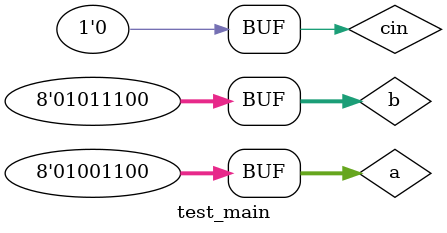
<source format=v>
module HA(input a,input b,output s, output c); // Half Adder

and a1(c,a,b); // use AND gate
xor x1(s,a,b); // use XOR gate

endmodule

module FA(input a,input b,input cin,output sum, output carry); //Full Adder

wire w1,w2,w3; 

HA h1(a,b,w1,w2);  // Call above half adder here
HA h2(w1,cin,sum,w3); // Call above half adder here

or p1(carry,w2,w3);  //use OR gate

endmodule

module P_G_Generator(a,b,p,g); //P&G Generator which takes a,b as inputs and p,g as outputs

input [7:0]a;
input [7:0]b;
output [7:0]p;
output [7:0]g;

HA h1(a[0],b[0],p[0],g[0]); //Call Half adder to generate p & g
HA h2(a[1],b[1],p[1],g[1]);

HA h3(a[2],b[2],p[2],g[2]);
HA h4(a[3],b[3],p[3],g[3]);

HA h5(a[4],b[4],p[4],g[4]);
HA h6(a[5],b[5],p[5],g[5]);

HA h7(a[6],b[6],p[6],g[6]);
HA h8(a[7],b[7],p[7],g[7]); ////Call Half adder upto here to generate p & g

endmodule

module test_Pg();

reg [7:0]a;
reg [7:0]b;
wire [7:0]p;
wire [7:0]g;

P_G_Generator m1(a,b,p,g);

initial 
begin

#5 a=8'b0001100; b=8'b0011100; 
#35 a=8'b1001100; b=8'b1011100;

end
endmodule


module Carry_Generator(p,g,cin,c0,c1,c2,c3,c4,c5,c6,c7,c8); //Carry generator has 3 inputs and 9 outputs

input [7:0]p;
input [7:0]g;
input cin;
output c0,c1,c2,c3,c4,c5,c6,c7,c8;

wire w1,w2,w3,w4,w5,w6,w7,w8;

assign c0=cin; //assigning value of cin to c0


and a1(w1,cin,p[0]); //For c1
or p1(c1,w1,g[0]);

and a2(w2,c1,p[1]); //For c2
or p2(c2,w2,g[1]);

and a3(w3,c2,p[2]);   //For c3
or p3(c3,w3,g[2]);

and a4(w4,c3,p[3]);  //For c4
or p4(c4,w4,g[3]);

and a5(w5,c4,p[4]);  //For c5
or p5(c5,w5,g[4]);

and a6(w6,c5,p[5]);  //For c6
or p6(c6,w6,g[5]);

and a7(w7,c6,p[6]);   //For c7
or p7(c7,w7,g[6]);

and a8(w8,c7,p[7]);  //For c8
or p8(c8,w8,g[7]);


endmodule


module test_Carry();

reg [7:0]p;
reg [7:0]g;
reg cin;
wire c0,c1,c2,c3,c4,c5,c6,c7,c8;

Carry_Generator h1(p,g,cin,c0,c1,c2,c3,c4,c5,c6,c7,c8);

initial 
begin

#5 p=8'b0001100; g=8'b0011100; 
#35 p=8'b1001100; g=8'b1011100;

end
endmodule





module Adder(p,c0,c1,c2,c3,c4,c5,c6,c7,sum); //Adder module, contains XOR gates in the circuit

input [7:0]p;
input c0,c1,c2,c3,c4,c5,c6,c7;
output [7:0]sum;


xor x1(sum[0],p[0],c0); //Take output p (P&G gen) and c0-c7(carry_gen) to calculate sum
xor x2(sum[1],p[1],c1);
xor x3(sum[2],p[2],c2);
xor x4(sum[3],p[3],c3);
xor x5(sum[4],p[4],c4);
xor x6(sum[5],p[5],c5);
xor x7(sum[6],p[6],c6);
xor x8(sum[7],p[7],c7); //upto here

endmodule



module test_Add();

reg [7:0]p;
wire [7:0]sum;

reg c0,c1,c2,c3,c4,c5,c6,c7;

Adder a1(p,c0,c1,c2,c3,c4,c5,c6,c7,sum);

initial 
begin

#5 p=8'b0001100; c0=1;c1=1;c2=0;c3=1;c4=0;c5=0;c6=1;c7=1; 
#35 p=8'b1001100; c0=0;c1=1;c2=1;c3=1;c4=0;c5=0;c6=1;c7=1;

end
endmodule




module main(a,b,cin,sum,cout); // This is the main module

input [7:0]a;
input [7:0]b;

input cin;
output cout;

output [7:0]sum;


wire [7:0]w1;
wire [7:0]w2;
wire w3,w4,w5,w6,w7,w8,w9,w10,w11,w12;

P_G_Generator g1(a,b,w1,w2); //taking 8-bits(a,b) inputs and store the result in 8-bits(w1,w2)
Carry_Generator g2(w1,w2,cin,w3,w4,w5,w6,w7,w8,w9,w10,cout); //taking 8bits(w1,w2) and cin then generate caries
Adder a1(w1,w3,w4,w5,w6,w7,w8,w9,w10,sum); //take w1(8bit) and 8 caries to calculate sum(result)


endmodule





module test_main(); //test main

reg [7:0]a;
reg [7:0]b;
wire [7:0]sum;

reg cin;
wire cout;

main m1(a,b,cin,sum,cout);  //call the module named as main

initial 
begin

#5 a=8'b0001100; b=8'b0011100; cin=0; //gives the inputs to get outputs in waveform 
#35 a=8'b1001100; b=8'b1011100; cin=0;

end
endmodule 
</source>
